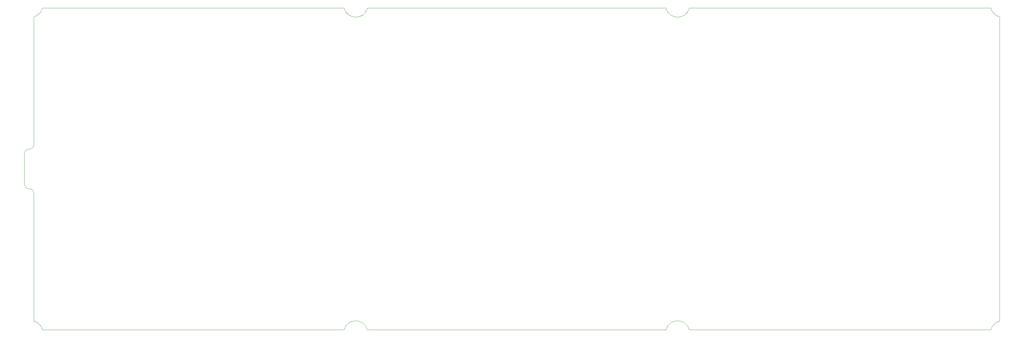
<source format=gko>
G04 #@! TF.GenerationSoftware,KiCad,Pcbnew,(5.1.2)-2*
G04 #@! TF.CreationDate,2020-03-21T00:34:29+09:00*
G04 #@! TF.ProjectId,kyosoc,6b796f73-6f63-42e6-9b69-6361645f7063,rev?*
G04 #@! TF.SameCoordinates,Original*
G04 #@! TF.FileFunction,Profile,NP*
%FSLAX46Y46*%
G04 Gerber Fmt 4.6, Leading zero omitted, Abs format (unit mm)*
G04 Created by KiCad (PCBNEW (5.1.2)-2) date 2020-03-21 00:34:29*
%MOMM*%
%LPD*%
G04 APERTURE LIST*
%ADD10C,0.050000*%
G04 APERTURE END LIST*
D10*
X4500000Y-97900000D02*
X4500000Y-59800000D01*
X3100000Y-58400000D02*
G75*
G02X4500000Y-59800000I0J-1400000D01*
G01*
X4500000Y-45200000D02*
G75*
G02X3100000Y-46600000I-1400000J0D01*
G01*
X3100000Y-58400000D02*
G75*
G02X1700000Y-57000000I0J1400000D01*
G01*
X1700000Y-57000000D02*
X1700000Y-48000000D01*
X1700000Y-48000000D02*
G75*
G02X3100000Y-46600000I1400000J0D01*
G01*
X4500000Y-45200000D02*
X4500000Y-7100000D01*
X200000000Y-100500000D02*
X289900002Y-100499999D01*
X104000000Y-100500000D02*
X193000001Y-100500000D01*
X7099999Y-100500000D02*
X97000001Y-100499999D01*
X200000000Y-4500000D02*
X289900002Y-4499999D01*
X103999999Y-4500000D02*
X193000001Y-4499999D01*
X193000001Y-100500000D02*
G75*
G02X199999999Y-100500001I3499999J-900000D01*
G01*
X97000001Y-100500000D02*
G75*
G02X103999999Y-100500001I3499999J-900000D01*
G01*
X199999999Y-4500000D02*
G75*
G02X193000001Y-4499999I-3499999J900000D01*
G01*
X103999999Y-4500000D02*
G75*
G02X97000001Y-4499999I-3499999J900000D01*
G01*
X292500000Y-7100000D02*
G75*
G02X289900001Y-4500000I900000J3499999D01*
G01*
X289900000Y-100500000D02*
G75*
G02X292500000Y-97900001I3499999J-900000D01*
G01*
X4500000Y-97900000D02*
G75*
G02X7099999Y-100500000I-900000J-3499999D01*
G01*
X7099999Y-4500000D02*
G75*
G02X4499999Y-7099999I-3499999J900000D01*
G01*
X292500001Y-97900001D02*
X292500000Y-7100000D01*
X7099999Y-4500000D02*
X97000001Y-4499999D01*
M02*

</source>
